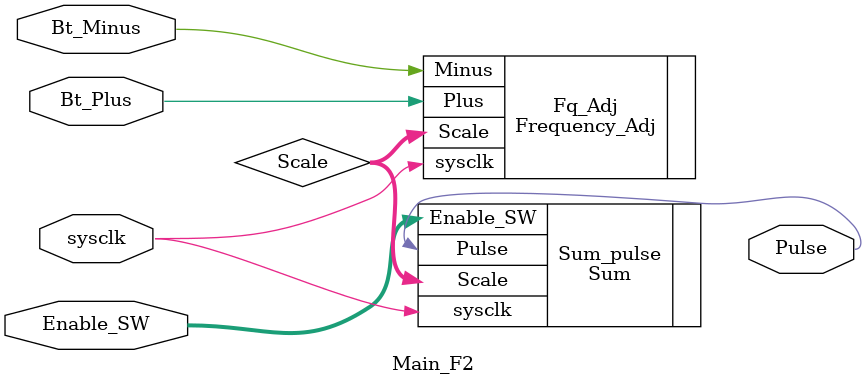
<source format=v>

module Main_F2 (input wire sysclk,
input wire [3:0] Enable_SW,
input wire Bt_Plus,
input wire Bt_Minus,
output wire Pulse);

//Frequency_Adj output, Waveforms' input
wire [5:0] Scale;

//Frequency Adjustment
Frequency_Adj Fq_Adj (.sysclk(sysclk),.Plus(Bt_Plus),.Minus(Bt_Minus),
.Scale(Scale));
//Waveforms Generator.

Sum Sum_pulse (.sysclk(sysclk),.Enable_SW(Enable_SW),.Pulse(Pulse),.Scale(Scale));
endmodule
</source>
